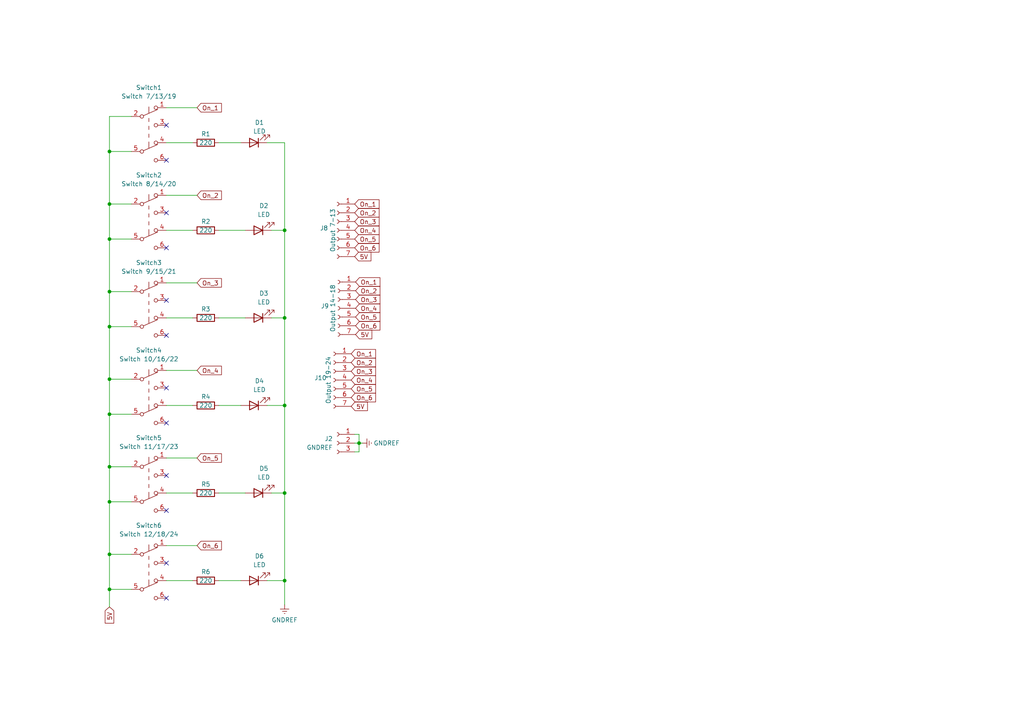
<source format=kicad_sch>
(kicad_sch (version 20230121) (generator eeschema)
  (paper "A4")
  (lib_symbols
    (symbol "Connector:Conn_01x03_Socket" (pin_names (offset 1.016) hide)
      (property "Reference" "J" (at 0 5.08 0))
      (property "Value" "Conn_01x03_Socket" (at 0 -5.08 0))
      (symbol "Conn_01x03_Socket_1_1"
        (arc (start 0 -2.032) (mid -0.5058 -2.54) (end 0 -3.048) (stroke (width 0.1524)))
        (polyline (pts (xy -1.27 -2.54) (xy -0.508 -2.54)) (stroke (width 0.1524)))
        (polyline (pts (xy -1.27 0) (xy -0.508 0)) (stroke (width 0.1524)))
        (polyline (pts (xy -1.27 2.54) (xy -0.508 2.54)) (stroke (width 0.1524)))
        (arc (start 0 0.508) (mid -0.5058 0) (end 0 -0.508) (stroke (width 0.1524)))
        (arc (start 0 3.048) (mid -0.5058 2.54) (end 0 2.032) (stroke (width 0.1524)))
        (pin passive line (at -5.08 2.54 0) (length 3.81) (name "Pin_1") (number "1"))
        (pin passive line (at -5.08 0 0) (length 3.81) (name "Pin_2") (number "2"))
        (pin passive line (at -5.08 -2.54 0) (length 3.81) (name "Pin_3") (number "3"))
      )
    )
    (symbol "Connector:Conn_01x07_Female" (pin_names (offset 1.016) hide)
      (property "Reference" "J" (at 0 10.16 0))
      (property "Value" "Conn_01x07_Female" (at 0 -10.16 0))
      (symbol "Conn_01x07_Female_1_1"
        (arc (start 0 -7.112) (mid -0.5058 -7.62) (end 0 -8.128) (stroke (width 0.1524)))
        (arc (start 0 -4.572) (mid -0.5058 -5.08) (end 0 -5.588) (stroke (width 0.1524)))
        (arc (start 0 -2.032) (mid -0.5058 -2.54) (end 0 -3.048) (stroke (width 0.1524)))
        (polyline (pts (xy -1.27 -7.62) (xy -0.508 -7.62)) (stroke (width 0.1524)))
        (polyline (pts (xy -1.27 -5.08) (xy -0.508 -5.08)) (stroke (width 0.1524)))
        (polyline (pts (xy -1.27 -2.54) (xy -0.508 -2.54)) (stroke (width 0.1524)))
        (polyline (pts (xy -1.27 0) (xy -0.508 0)) (stroke (width 0.1524)))
        (polyline (pts (xy -1.27 2.54) (xy -0.508 2.54)) (stroke (width 0.1524)))
        (polyline (pts (xy -1.27 5.08) (xy -0.508 5.08)) (stroke (width 0.1524)))
        (polyline (pts (xy -1.27 7.62) (xy -0.508 7.62)) (stroke (width 0.1524)))
        (arc (start 0 0.508) (mid -0.5058 0) (end 0 -0.508) (stroke (width 0.1524)))
        (arc (start 0 3.048) (mid -0.5058 2.54) (end 0 2.032) (stroke (width 0.1524)))
        (arc (start 0 5.588) (mid -0.5058 5.08) (end 0 4.572) (stroke (width 0.1524)))
        (arc (start 0 8.128) (mid -0.5058 7.62) (end 0 7.112) (stroke (width 0.1524)))
        (pin passive line (at -5.08 7.62 0) (length 3.81) (name "Pin_1") (number "1"))
        (pin passive line (at -5.08 5.08 0) (length 3.81) (name "Pin_2") (number "2"))
        (pin passive line (at -5.08 2.54 0) (length 3.81) (name "Pin_3") (number "3"))
        (pin passive line (at -5.08 0 0) (length 3.81) (name "Pin_4") (number "4"))
        (pin passive line (at -5.08 -2.54 0) (length 3.81) (name "Pin_5") (number "5"))
        (pin passive line (at -5.08 -5.08 0) (length 3.81) (name "Pin_6") (number "6"))
        (pin passive line (at -5.08 -7.62 0) (length 3.81) (name "Pin_7") (number "7"))
      )
    )
    (symbol "Device:LED" (pin_numbers hide) (pin_names (offset 1.016) hide)
      (property "Reference" "D" (at 0 2.54 0))
      (property "Value" "LED" (at 0 -2.54 0))
      (symbol "LED_0_1"
        (polyline (pts (xy -1.27 -1.27) (xy -1.27 1.27)) (stroke (width 0.254)))
        (polyline (pts (xy -1.27 0) (xy 1.27 0)))
        (polyline (pts (xy 1.27 -1.27) (xy 1.27 1.27) (xy -1.27 0) (xy 1.27 -1.27)) (stroke (width 0.254)))
        (polyline (pts (xy -3.048 -0.762) (xy -4.572 -2.286) (xy -3.81 -2.286) (xy -4.572 -2.286) (xy -4.572 -1.524)))
        (polyline (pts (xy -1.778 -0.762) (xy -3.302 -2.286) (xy -2.54 -2.286) (xy -3.302 -2.286) (xy -3.302 -1.524)))
      )
      (symbol "LED_1_1"
        (pin passive line (at -3.81 0 0) (length 2.54) (name "K") (number "1"))
        (pin passive line (at 3.81 0 180) (length 2.54) (name "A") (number "2"))
      )
    )
    (symbol "Device:R" (pin_numbers hide) (pin_names (offset 0))
      (property "Reference" "R" (at 2.032 0 90))
      (property "Value" "R" (at 0 0 90))
      (symbol "R_0_1"
        (rectangle (start -1.016 -2.54) (end 1.016 2.54) (stroke (width 0.254)))
      )
      (symbol "R_1_1"
        (pin passive line (at 0 3.81 270) (length 1.27) (name "~") (number "1"))
        (pin passive line (at 0 -3.81 90) (length 1.27) (name "~") (number "2"))
      )
    )
    (symbol "Switch:SW_Push_DPDT" (pin_names (offset 0) hide)
      (property "Reference" "SW" (at 0 8.89 0))
      (property "Value" "SW_Push_DPDT" (at 0 -10.16 0))
      (symbol "SW_Push_DPDT_0_0"
        (circle (center -2.032 -5.08) (radius 0.508))
        (circle (center -2.032 5.08) (radius 0.508))
        (circle (center 2.032 -7.62) (radius 0.508))
        (circle (center 2.032 2.54) (radius 0.508))
      )
      (symbol "SW_Push_DPDT_0_1"
        (polyline (pts (xy -1.524 -4.826) (xy 2.54 -3.048)))
        (polyline (pts (xy -1.524 5.334) (xy 2.54 7.112)))
        (polyline (pts (xy 0 -2.286) (xy 0 -4.064)))
        (polyline (pts (xy 0 -1.016) (xy 0 0)))
        (polyline (pts (xy 0 1.27) (xy 0 2.286)))
        (polyline (pts (xy 0 3.556) (xy 0 4.572)))
        (polyline (pts (xy 0 7.874) (xy 0 6.096)))
        (circle (center 2.032 -2.54) (radius 0.508))
        (circle (center 2.032 7.62) (radius 0.508))
      )
      (symbol "SW_Push_DPDT_1_1"
        (pin passive line (at 5.08 7.62 180) (length 2.54) (name "A") (number "1"))
        (pin passive line (at -5.08 5.08 0) (length 2.54) (name "B") (number "2"))
        (pin passive line (at 5.08 2.54 180) (length 2.54) (name "C") (number "3"))
        (pin passive line (at 5.08 -2.54 180) (length 2.54) (name "A") (number "4"))
        (pin passive line (at -5.08 -5.08 0) (length 2.54) (name "B") (number "5"))
        (pin passive line (at 5.08 -7.62 180) (length 2.54) (name "C") (number "6"))
      )
    )
    (symbol "power:GNDREF" (power) (pin_names (offset 0))
      (property "Value" "GNDREF" (at 0 -3.81 0))
      (symbol "GNDREF_0_1"
        (polyline (pts (xy -0.635 -1.905) (xy 0.635 -1.905)))
        (polyline (pts (xy -0.127 -2.54) (xy 0.127 -2.54)))
        (polyline (pts (xy 0 -1.27) (xy 0 0)))
        (polyline (pts (xy 1.27 -1.27) (xy -1.27 -1.27)))
      )
      (symbol "GNDREF_1_1"
        (pin power_in line (at 0 0 270) (length 0) hide (name "GNDREF") (number "1"))
      )
    )
  )
  (junction (at 31.75 120.142))
  (junction (at 31.75 145.542))
  (junction (at 31.75 59.182))
  (junction (at 104.14 128.524))
  (junction (at 31.75 94.742))
  (junction (at 82.55 92.202))
  (junction (at 31.75 43.942))
  (junction (at 31.75 69.342))
  (junction (at 31.75 84.582))
  (junction (at 31.75 160.782))
  (junction (at 82.55 143.002))
  (junction (at 31.75 109.982))
  (junction (at 31.75 135.382))
  (junction (at 31.75 170.942))
  (junction (at 82.55 168.402))
  (junction (at 82.55 117.602))
  (junction (at 82.55 66.802))
  (no_connect (at 48.26 122.682))
  (no_connect (at 48.26 112.522))
  (no_connect (at 48.26 61.722))
  (no_connect (at 48.26 163.322))
  (no_connect (at 48.26 148.082))
  (no_connect (at 48.26 36.322))
  (no_connect (at 48.26 71.882))
  (no_connect (at 48.26 137.922))
  (no_connect (at 48.26 46.482))
  (no_connect (at 48.26 87.122))
  (no_connect (at 48.26 97.282))
  (no_connect (at 48.26 173.482))
  (wire (pts (xy 48.26 41.402) (xy 55.88 41.402)))
  (wire (pts (xy 63.5 41.402) (xy 69.85 41.402)))
  (wire (pts (xy 77.47 41.402) (xy 82.55 41.402)))
  (wire (pts (xy 48.26 82.042) (xy 57.15 82.042)))
  (wire (pts (xy 31.75 84.582) (xy 38.1 84.582)))
  (wire (pts (xy 82.55 92.202) (xy 82.55 117.602)))
  (wire (pts (xy 63.5 143.002) (xy 71.12 143.002)))
  (wire (pts (xy 31.75 69.342) (xy 38.1 69.342)))
  (wire (pts (xy 104.14 128.524) (xy 105.156 128.524)))
  (wire (pts (xy 48.26 117.602) (xy 55.88 117.602)))
  (wire (pts (xy 78.74 66.802) (xy 82.55 66.802)))
  (wire (pts (xy 31.75 43.942) (xy 31.75 33.782)))
  (wire (pts (xy 31.75 94.742) (xy 38.1 94.742)))
  (wire (pts (xy 31.75 135.382) (xy 31.75 145.542)))
  (wire (pts (xy 78.74 143.002) (xy 82.55 143.002)))
  (wire (pts (xy 31.75 109.982) (xy 31.75 120.142)))
  (wire (pts (xy 82.55 117.602) (xy 82.55 143.002)))
  (wire (pts (xy 102.87 125.984) (xy 104.14 125.984)))
  (wire (pts (xy 48.26 31.242) (xy 57.15 31.242)))
  (wire (pts (xy 31.75 69.342) (xy 31.75 84.582)))
  (wire (pts (xy 48.26 66.802) (xy 55.88 66.802)))
  (wire (pts (xy 31.75 94.742) (xy 31.75 109.982)))
  (wire (pts (xy 31.75 33.782) (xy 38.1 33.782)))
  (wire (pts (xy 82.55 143.002) (xy 82.55 168.402)))
  (wire (pts (xy 104.14 128.524) (xy 104.14 131.064)))
  (wire (pts (xy 78.74 92.202) (xy 82.55 92.202)))
  (wire (pts (xy 82.55 41.402) (xy 82.55 66.802)))
  (wire (pts (xy 48.26 107.442) (xy 57.15 107.442)))
  (wire (pts (xy 31.75 120.142) (xy 31.75 135.382)))
  (wire (pts (xy 48.26 132.842) (xy 57.15 132.842)))
  (wire (pts (xy 104.14 131.064) (xy 102.87 131.064)))
  (wire (pts (xy 31.75 109.982) (xy 38.1 109.982)))
  (wire (pts (xy 31.75 84.582) (xy 31.75 94.742)))
  (wire (pts (xy 31.75 135.382) (xy 38.1 135.382)))
  (wire (pts (xy 104.14 125.984) (xy 104.14 128.524)))
  (wire (pts (xy 48.26 168.402) (xy 55.88 168.402)))
  (wire (pts (xy 63.5 168.402) (xy 69.85 168.402)))
  (wire (pts (xy 77.47 168.402) (xy 82.55 168.402)))
  (wire (pts (xy 38.1 43.942) (xy 31.75 43.942)))
  (wire (pts (xy 48.26 92.202) (xy 55.88 92.202)))
  (wire (pts (xy 31.75 170.942) (xy 38.1 170.942)))
  (wire (pts (xy 31.75 120.142) (xy 38.1 120.142)))
  (wire (pts (xy 48.26 158.242) (xy 57.15 158.242)))
  (wire (pts (xy 31.75 145.542) (xy 31.75 160.782)))
  (wire (pts (xy 63.5 66.802) (xy 71.12 66.802)))
  (wire (pts (xy 77.47 117.602) (xy 82.55 117.602)))
  (wire (pts (xy 31.75 160.782) (xy 31.75 170.942)))
  (wire (pts (xy 31.75 170.942) (xy 31.75 176.022)))
  (wire (pts (xy 63.5 92.202) (xy 71.12 92.202)))
  (wire (pts (xy 48.26 56.642) (xy 57.15 56.642)))
  (wire (pts (xy 31.75 145.542) (xy 38.1 145.542)))
  (wire (pts (xy 82.55 66.802) (xy 82.55 92.202)))
  (wire (pts (xy 31.75 59.182) (xy 38.1 59.182)))
  (wire (pts (xy 63.5 117.602) (xy 69.85 117.602)))
  (wire (pts (xy 31.75 43.942) (xy 31.75 59.182)))
  (wire (pts (xy 48.26 143.002) (xy 55.88 143.002)))
  (wire (pts (xy 31.75 59.182) (xy 31.75 69.342)))
  (wire (pts (xy 31.75 160.782) (xy 38.1 160.782)))
  (wire (pts (xy 102.87 128.524) (xy 104.14 128.524)))
  (wire (pts (xy 82.55 168.402) (xy 82.55 175.387)))
  (global_label "5V" (shape input) (at 31.75 176.022 270) (property "Intersheetrefs" "${INTERSHEET_REFS}" (effects hide)))
  (global_label "On_4" (shape input) (at 57.15 107.442 0) (property "Intersheetrefs" "${INTERSHEET_REFS}" (effects hide)))
  (global_label "5V" (shape input) (at 102.87 74.422 0) (property "Intersheetrefs" "${INTERSHEET_REFS}" (effects hide)))
  (global_label "On_4" (shape input) (at 101.854 110.236 0) (property "Intersheetrefs" "${INTERSHEET_REFS}" (effects hide)))
  (global_label "On_3" (shape input) (at 57.15 82.042 0) (property "Intersheetrefs" "${INTERSHEET_REFS}" (effects hide)))
  (global_label "On_6" (shape input) (at 102.87 71.882 0) (property "Intersheetrefs" "${INTERSHEET_REFS}" (effects hide)))
  (global_label "On_6" (shape input) (at 101.854 115.316 0) (property "Intersheetrefs" "${INTERSHEET_REFS}" (effects hide)))
  (global_label "On_4" (shape input) (at 103.124 89.408 0) (property "Intersheetrefs" "${INTERSHEET_REFS}" (effects hide)))
  (global_label "On_2" (shape input) (at 102.87 61.722 0) (property "Intersheetrefs" "${INTERSHEET_REFS}" (effects hide)))
  (global_label "On_6" (shape input) (at 57.15 158.242 0) (property "Intersheetrefs" "${INTERSHEET_REFS}" (effects hide)))
  (global_label "On_1" (shape input) (at 57.15 31.242 0) (property "Intersheetrefs" "${INTERSHEET_REFS}" (effects hide)))
  (global_label "On_1" (shape input) (at 101.854 102.616 0) (property "Intersheetrefs" "${INTERSHEET_REFS}" (effects hide)))
  (global_label "On_6" (shape input) (at 103.124 94.488 0) (property "Intersheetrefs" "${INTERSHEET_REFS}" (effects hide)))
  (global_label "5V" (shape input) (at 101.854 117.856 0) (property "Intersheetrefs" "${INTERSHEET_REFS}" (effects hide)))
  (global_label "On_1" (shape input) (at 102.87 59.182 0) (property "Intersheetrefs" "${INTERSHEET_REFS}" (effects hide)))
  (global_label "5V" (shape input) (at 103.124 97.028 0) (property "Intersheetrefs" "${INTERSHEET_REFS}" (effects hide)))
  (global_label "On_5" (shape input) (at 101.854 112.776 0) (property "Intersheetrefs" "${INTERSHEET_REFS}" (effects hide)))
  (global_label "On_2" (shape input) (at 57.15 56.642 0) (property "Intersheetrefs" "${INTERSHEET_REFS}" (effects hide)))
  (global_label "On_2" (shape input) (at 101.854 105.156 0) (property "Intersheetrefs" "${INTERSHEET_REFS}" (effects hide)))
  (global_label "On_5" (shape input) (at 57.15 132.842 0) (property "Intersheetrefs" "${INTERSHEET_REFS}" (effects hide)))
  (global_label "On_5" (shape input) (at 102.87 69.342 0) (property "Intersheetrefs" "${INTERSHEET_REFS}" (effects hide)))
  (global_label "On_1" (shape input) (at 103.124 81.788 0) (property "Intersheetrefs" "${INTERSHEET_REFS}" (effects hide)))
  (global_label "On_2" (shape input) (at 103.124 84.328 0) (property "Intersheetrefs" "${INTERSHEET_REFS}" (effects hide)))
  (global_label "On_3" (shape input) (at 101.854 107.696 0) (property "Intersheetrefs" "${INTERSHEET_REFS}" (effects hide)))
  (global_label "On_4" (shape input) (at 102.87 66.802 0) (property "Intersheetrefs" "${INTERSHEET_REFS}" (effects hide)))
  (global_label "On_3" (shape input) (at 102.87 64.262 0) (property "Intersheetrefs" "${INTERSHEET_REFS}" (effects hide)))
  (global_label "On_3" (shape input) (at 103.124 86.868 0) (property "Intersheetrefs" "${INTERSHEET_REFS}" (effects hide)))
  (global_label "On_5" (shape input) (at 103.124 91.948 0) (property "Intersheetrefs" "${INTERSHEET_REFS}" (effects hide)))
  (symbol (lib_id "Device:R") (at 59.69 168.402 90) (unit 1)
    (property "Reference" "R6" (at 59.69 165.862 90))
    (property "Value" "220" (at 59.69 168.402 90))
    (property "Footprint" "Resistor_THT:R_Axial_DIN0309_L9.0mm_D3.2mm_P15.24mm_Horizontal" (effects hide))
  )
  (symbol (lib_id "Switch:SW_Push_DPDT") (at 43.18 140.462 0) (unit 1)
    (property "Reference" "Switch5" (at 43.18 127 0))
    (property "Value" "Switch 11/17/23" (at 43.18 129.54 0))
    (property "Footprint" "Maxime:maxi_DPDT_Angled" (effects hide))
  )
  (symbol (lib_id "Device:R") (at 59.69 92.202 90) (unit 1)
    (property "Reference" "R3" (at 59.69 89.662 90))
    (property "Value" "220" (at 59.69 92.202 90))
    (property "Footprint" "Resistor_THT:R_Axial_DIN0309_L9.0mm_D3.2mm_P15.24mm_Horizontal" (effects hide))
  )
  (symbol (lib_id "Device:LED") (at 74.93 92.202 180) (unit 1)
    (property "Reference" "D3" (at 76.5175 85.09 0))
    (property "Value" "LED" (at 76.5175 87.63 0))
    (property "Footprint" "LED_THT:LED_D3.0mm" (effects hide))
  )
  (symbol (lib_id "Switch:SW_Push_DPDT") (at 43.18 64.262 0) (unit 1)
    (property "Reference" "Switch2" (at 43.18 50.8 0))
    (property "Value" "Switch 8/14/20" (at 43.18 53.34 0))
    (property "Footprint" "Maxime:maxi_DPDT_Angled" (effects hide))
  )
  (symbol (lib_id "Device:LED") (at 73.66 41.402 180) (unit 1)
    (property "Reference" "D1" (at 75.2475 35.5432 0))
    (property "Value" "LED" (at 75.2475 38.0801 0))
    (property "Footprint" "LED_THT:LED_D3.0mm" (effects hide))
  )
  (symbol (lib_id "Device:R") (at 59.69 143.002 90) (unit 1)
    (property "Reference" "R5" (at 59.69 140.462 90))
    (property "Value" "220" (at 59.69 143.002 90))
    (property "Footprint" "Resistor_THT:R_Axial_DIN0309_L9.0mm_D3.2mm_P15.24mm_Horizontal" (effects hide))
  )
  (symbol (lib_id "Device:LED") (at 74.93 143.002 180) (unit 1)
    (property "Reference" "D5" (at 76.5175 135.89 0))
    (property "Value" "LED" (at 76.5175 138.43 0))
    (property "Footprint" "LED_THT:LED_D3.0mm" (effects hide))
  )
  (symbol (lib_id "Connector:Conn_01x07_Female") (at 97.79 66.802 0) (mirror y) (unit 1)
    (property "Reference" "J8" (at 93.98 66.167 0))
    (property "Value" "Output 7-13" (at 96.52 66.802 90))
    (property "Footprint" "Connector_JST:JST_XH_S7B-XH-A-1_1x07_P2.50mm_Horizontal" (effects hide))
  )
  (symbol (lib_id "Switch:SW_Push_DPDT") (at 43.18 115.062 0) (unit 1)
    (property "Reference" "Switch4" (at 43.18 101.6 0))
    (property "Value" "Switch 10/16/22" (at 43.18 104.14 0))
    (property "Footprint" "Maxime:maxi_DPDT_Angled" (effects hide))
  )
  (symbol (lib_id "Device:R") (at 59.69 117.602 90) (unit 1)
    (property "Reference" "R4" (at 59.69 115.062 90))
    (property "Value" "220" (at 59.69 117.602 90))
    (property "Footprint" "Resistor_THT:R_Axial_DIN0309_L9.0mm_D3.2mm_P15.24mm_Horizontal" (effects hide))
  )
  (symbol (lib_id "Switch:SW_Push_DPDT") (at 43.18 165.862 0) (unit 1)
    (property "Reference" "Switch6" (at 43.18 152.4 0))
    (property "Value" "Switch 12/18/24" (at 43.18 154.94 0))
    (property "Footprint" "Maxime:maxi_DPDT_Angled" (effects hide))
  )
  (symbol (lib_id "Connector:Conn_01x03_Socket") (at 97.79 128.524 0) (mirror y) (unit 1)
    (property "Reference" "J2" (at 96.52 127.254 0) (effects (justify left)))
    (property "Value" "GNDREF" (at 96.52 129.794 0) (effects (justify left)))
    (property "Footprint" "Connector_JST:JST_XH_S3B-XH-A-1_1x03_P2.50mm_Horizontal" (effects hide))
  )
  (symbol (lib_id "Connector:Conn_01x07_Female") (at 98.044 89.408 0) (mirror y) (unit 1)
    (property "Reference" "J9" (at 94.234 88.773 0))
    (property "Value" "Output 14-18" (at 96.52 89.408 90))
    (property "Footprint" "Connector_JST:JST_XH_S7B-XH-A-1_1x07_P2.50mm_Horizontal" (effects hide))
  )
  (symbol (lib_id "Device:R") (at 59.69 41.402 90) (unit 1)
    (property "Reference" "R1" (at 59.69 38.862 90))
    (property "Value" "220" (at 59.69 41.402 90))
    (property "Footprint" "Resistor_THT:R_Axial_DIN0309_L9.0mm_D3.2mm_P15.24mm_Horizontal" (effects hide))
  )
  (symbol (lib_id "Switch:SW_Push_DPDT") (at 43.18 38.862 0) (unit 1)
    (property "Reference" "Switch1" (at 43.18 25.4 0))
    (property "Value" "Switch 7/13/19" (at 43.18 27.94 0))
    (property "Footprint" "Maxime:maxi_DPDT_Angled" (effects hide))
  )
  (symbol (lib_id "power:GNDREF") (at 105.156 128.524 90) (unit 1)
    (property "Reference" "#PWR02" (effects hide))
    (property "Value" "GNDREF" (at 112.141 128.524 90))
  )
  (symbol (lib_id "Device:LED") (at 74.93 66.802 180) (unit 1)
    (property "Reference" "D2" (at 76.5175 59.69 0))
    (property "Value" "LED" (at 76.5175 62.23 0))
    (property "Footprint" "LED_THT:LED_D3.0mm" (effects hide))
  )
  (symbol (lib_id "power:GNDREF") (at 82.55 175.387 0) (unit 1)
    (property "Reference" "#PWR01" (effects hide))
    (property "Value" "GNDREF" (at 82.55 179.8304 0))
  )
  (symbol (lib_id "Device:R") (at 59.69 66.802 90) (unit 1)
    (property "Reference" "R2" (at 59.69 64.262 90))
    (property "Value" "220" (at 59.69 66.802 90))
    (property "Footprint" "Resistor_THT:R_Axial_DIN0309_L9.0mm_D3.2mm_P15.24mm_Horizontal" (effects hide))
  )
  (symbol (lib_id "Connector:Conn_01x07_Female") (at 96.774 110.236 0) (mirror y) (unit 1)
    (property "Reference" "J10" (at 92.964 109.601 0))
    (property "Value" "Output 19-24" (at 95.25 110.236 90))
    (property "Footprint" "Connector_JST:JST_XH_S7B-XH-A-1_1x07_P2.50mm_Horizontal" (effects hide))
  )
  (symbol (lib_id "Device:LED") (at 73.66 117.602 180) (unit 1)
    (property "Reference" "D4" (at 75.2475 110.49 0))
    (property "Value" "LED" (at 75.2475 113.03 0))
    (property "Footprint" "LED_THT:LED_D3.0mm" (effects hide))
  )
  (symbol (lib_id "Device:LED") (at 73.66 168.402 180) (unit 1)
    (property "Reference" "D6" (at 75.2475 161.29 0))
    (property "Value" "LED" (at 75.2475 163.83 0))
    (property "Footprint" "LED_THT:LED_D3.0mm" (effects hide))
  )
  (symbol (lib_id "Switch:SW_Push_DPDT") (at 43.18 89.662 0) (unit 1)
    (property "Reference" "Switch3" (at 43.18 76.2 0))
    (property "Value" "Switch 9/15/21" (at 43.18 78.74 0))
    (property "Footprint" "Maxime:maxi_DPDT_Angled" (effects hide))
  )
)
</source>
